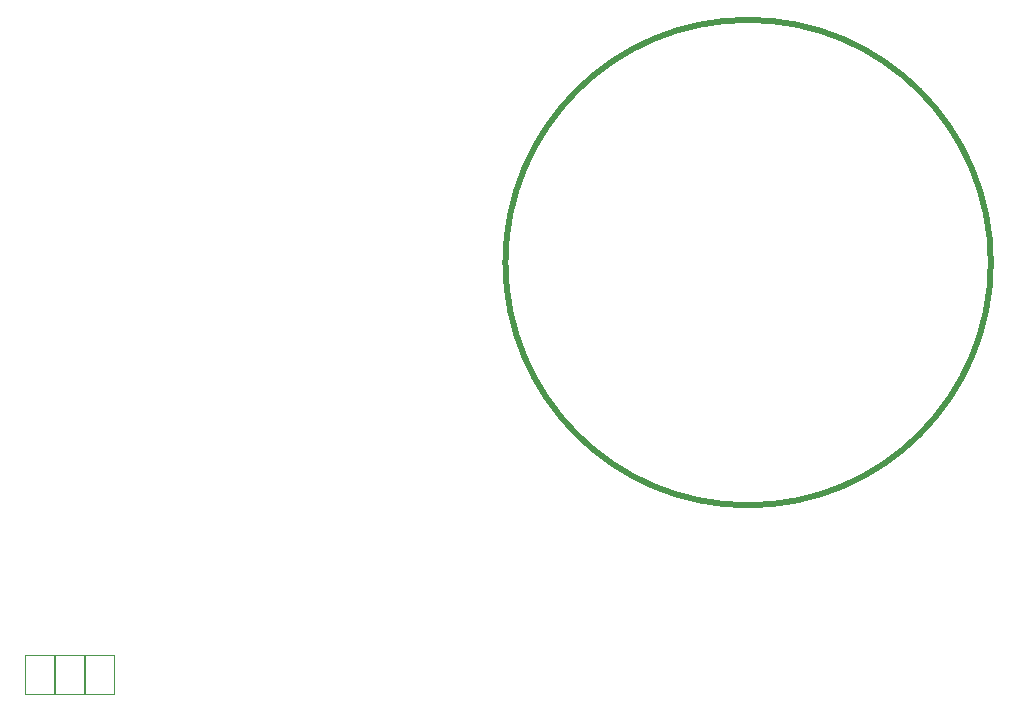
<source format=gbr>
%TF.GenerationSoftware,KiCad,Pcbnew,(6.0.7-1)-1*%
%TF.CreationDate,2022-08-15T15:56:19+02:00*%
%TF.ProjectId,wizza,77697a7a-612e-46b6-9963-61645f706362,v1.0.0*%
%TF.SameCoordinates,Original*%
%TF.FileFunction,Other,User*%
%FSLAX46Y46*%
G04 Gerber Fmt 4.6, Leading zero omitted, Abs format (unit mm)*
G04 Created by KiCad (PCBNEW (6.0.7-1)-1) date 2022-08-15 15:56:19*
%MOMM*%
%LPD*%
G01*
G04 APERTURE LIST*
%ADD10C,0.050000*%
%ADD11C,0.550000*%
G04 APERTURE END LIST*
D10*
%TO.C,MCU1*%
X200172000Y-131742523D02*
X202672000Y-131742523D01*
X202712000Y-131742523D02*
X202712000Y-135042523D01*
X197632000Y-131742523D02*
X197632000Y-135042523D01*
X205212000Y-135042523D02*
X202712000Y-135042523D01*
X202712000Y-131742523D02*
X205212000Y-131742523D01*
X200132000Y-135042523D02*
X197632000Y-135042523D01*
X197632000Y-131742523D02*
X200132000Y-131742523D01*
X205212000Y-135042523D02*
X205212000Y-131742523D01*
X202672000Y-135042523D02*
X202672000Y-131742523D01*
X200132000Y-135042523D02*
X200132000Y-131742523D01*
X200172000Y-131742523D02*
X200172000Y-135042523D01*
X202672000Y-135042523D02*
X200172000Y-135042523D01*
D11*
%TO.C,*%
X279443924Y-98532537D02*
G75*
G03*
X279443924Y-98532537I-20550001J0D01*
G01*
%TD*%
M02*

</source>
